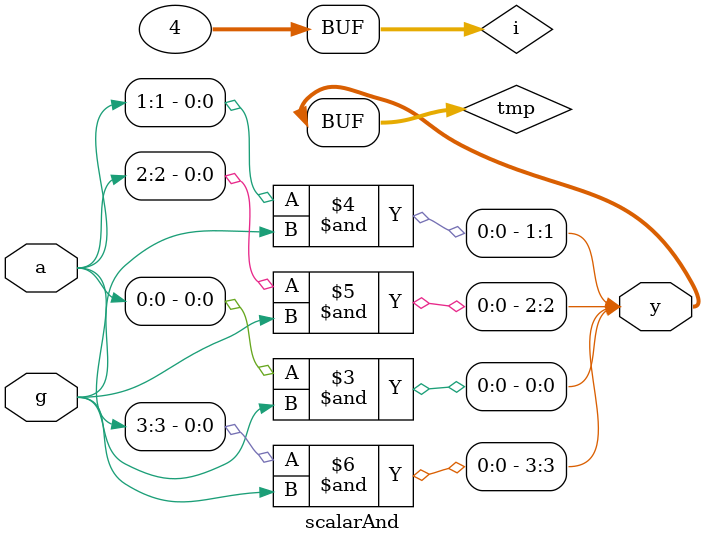
<source format=v>
/***************************************************
* File: loop.v
* Author: Andrei Belov
* Class: EE 271
* Module: scalarAnd
* Description: And scalar g with vector A
****************************************************/

// loops can be used to generate data or test patterns
// There are several looping constructs within Verilog, including:
//      repeat
//      while
//      forever
//      for
module scalarAnd
    #(parameter N=4)
    (input g,
        input[N-1:0] a,
        output[N-1:0] y);

    reg[N-1:0] tmp, y;
    integer i;   // loop index, not signal

    always @(a or g)
        begin
            // The for loop statement is written and behaves just like it does in C, as is the while loop.
            // The forever loop is explicitly an infinite loop.
            // The repeat statement executes a statement or block of statements a fixed number of times.
            for (i = 0; i < N; i = i+1)
                begin
                    tmp[i] = a[i] & g;
                end
            y = tmp;
        end
endmodule
</source>
